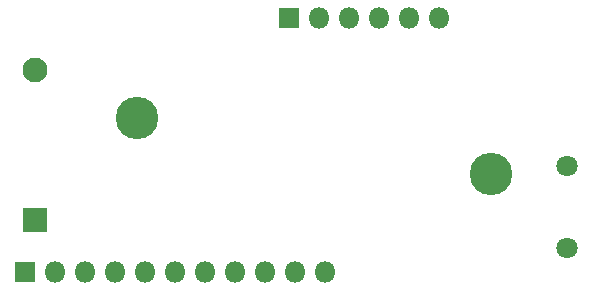
<source format=gbs>
G04 #@! TF.FileFunction,Soldermask,Bot*
%FSLAX46Y46*%
G04 Gerber Fmt 4.6, Leading zero omitted, Abs format (unit mm)*
G04 Created by KiCad (PCBNEW 4.0.7-e0-6372~58~ubuntu16.10.1) date Sun Jan  7 20:34:22 2018*
%MOMM*%
%LPD*%
G01*
G04 APERTURE LIST*
%ADD10C,0.100000*%
%ADD11R,2.100000X2.100000*%
%ADD12C,2.100000*%
%ADD13C,3.600000*%
%ADD14C,1.800000*%
%ADD15R,1.800000X1.800000*%
%ADD16O,1.800000X1.800000*%
G04 APERTURE END LIST*
D10*
D11*
X133114000Y-101299500D03*
D12*
X133114000Y-88599500D03*
D13*
X141750000Y-92600000D03*
X171722000Y-97337100D03*
D14*
X178120000Y-103670000D03*
X178120000Y-96670000D03*
D15*
X154620000Y-84130000D03*
D16*
X157160000Y-84130000D03*
X159700000Y-84130000D03*
X162240000Y-84130000D03*
X164780000Y-84130000D03*
X167320000Y-84130000D03*
D15*
X132210000Y-105710000D03*
D16*
X134750000Y-105710000D03*
X137290000Y-105710000D03*
X139830000Y-105710000D03*
X142370000Y-105710000D03*
X144910000Y-105710000D03*
X147450000Y-105710000D03*
X149990000Y-105710000D03*
X152530000Y-105710000D03*
X155070000Y-105710000D03*
X157610000Y-105710000D03*
M02*

</source>
